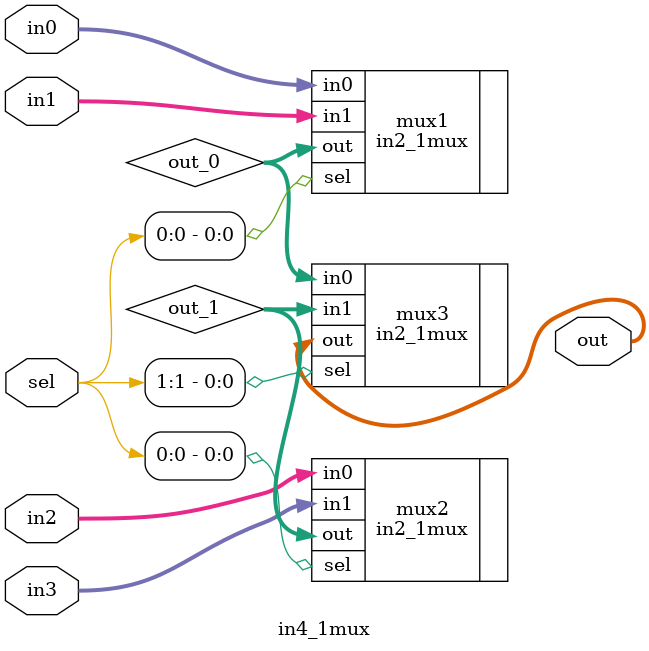
<source format=v>
`timescale 1ns / 1ps
module in4_1mux(
    input [31:0] in0,
	 input [31:0] in1,
	 input [31:0] in2,
	 input [31:0] in3,
    input [1:0] sel,
    output [31:0] out
    );
	 wire [31:0]out_0,out_1;
	 
  in2_1mux mux1(.in0(in0),.in1(in1),.sel(sel[0]),.out(out_0));
  in2_1mux mux2(.in0(in2),.in1(in3),.sel(sel[0]),.out(out_1));
  in2_1mux mux3(.in0(out_0),.in1(out_1),.sel(sel[1]),.out(out));
  

endmodule

</source>
